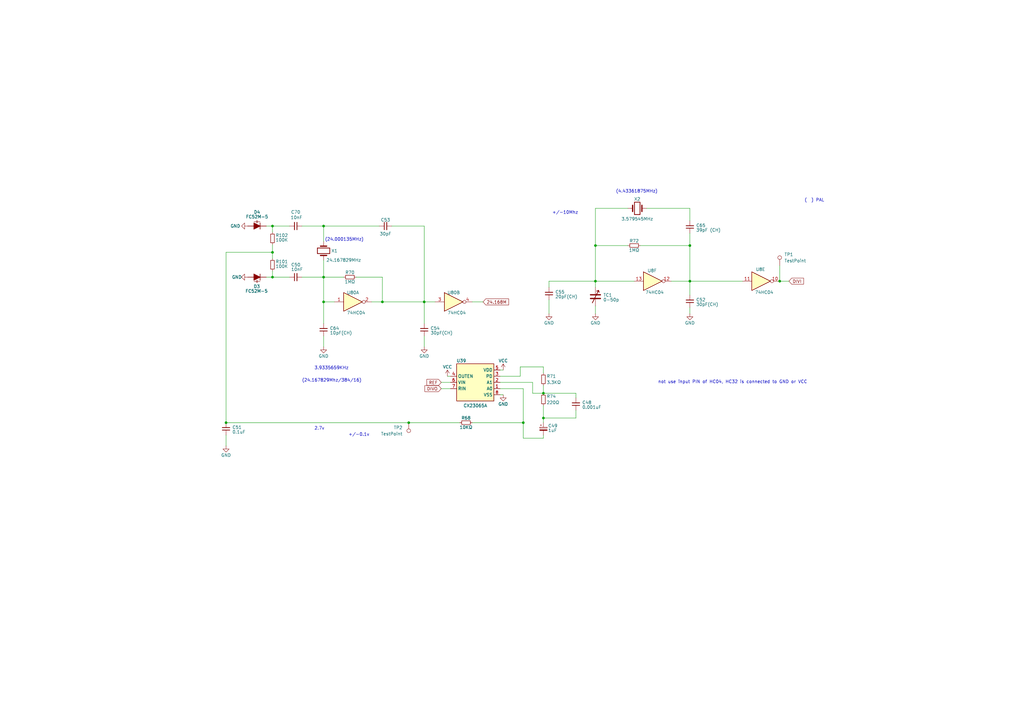
<source format=kicad_sch>
(kicad_sch (version 20230121) (generator eeschema)
  (paper "A3")
  (lib_symbols
    (symbol "1_NeoGeoLibrary:CX23065A"
      (property "Reference" "U" (at -7.62 26.67 0))
      (property "Value" "CX23065A" (at -7.62 8.89 0))
      (symbol "CX23065A_1_1"
        (rectangle (start -7.62 25.4) (end 7.62 10.16) (stroke (width 0.254)) (fill (type background)))
        (pin passive line (at 10.16 15.24 180) (length 2.54) (name "A0") (number "1"))
        (pin passive line (at 10.16 17.78 180) (length 2.54) (name "A1") (number "2"))
        (pin passive line (at 10.16 20.32 180) (length 2.54) (name "PD") (number "3"))
        (pin input line (at -10.16 20.32 0) (length 2.54) (name "OUTEN") (number "4"))
        (pin power_in line (at 10.16 22.86 180) (length 2.54) (name "VDD") (number "5"))
        (pin input line (at -10.16 17.78 0) (length 2.54) (name "VIN") (number "6"))
        (pin input line (at -10.16 15.24 0) (length 2.54) (name "RIN") (number "7"))
        (pin power_in line (at 10.16 12.7 180) (length 2.54) (name "VSS") (number "8"))
      )
    )
    (symbol "74xx:74HC04"
      (property "Reference" "U" (at 0 1.27 0))
      (property "Value" "74HC04" (at 0 -1.27 0))
      (symbol "74HC04_1_0"
        (polyline (pts (xy -3.81 3.81) (xy -3.81 -3.81) (xy 3.81 0) (xy -3.81 3.81)) (stroke (width 0.254)) (fill (type background)))
        (pin input line (at -7.62 0 0) (length 3.81) (name "~") (number "1"))
        (pin output inverted (at 7.62 0 180) (length 3.81) (name "~") (number "2"))
      )
      (symbol "74HC04_2_0"
        (polyline (pts (xy -3.81 3.81) (xy -3.81 -3.81) (xy 3.81 0) (xy -3.81 3.81)) (stroke (width 0.254)) (fill (type background)))
        (pin input line (at -7.62 0 0) (length 3.81) (name "~") (number "3"))
        (pin output inverted (at 7.62 0 180) (length 3.81) (name "~") (number "4"))
      )
      (symbol "74HC04_3_0"
        (polyline (pts (xy -3.81 3.81) (xy -3.81 -3.81) (xy 3.81 0) (xy -3.81 3.81)) (stroke (width 0.254)) (fill (type background)))
        (pin input line (at -7.62 0 0) (length 3.81) (name "~") (number "5"))
        (pin output inverted (at 7.62 0 180) (length 3.81) (name "~") (number "6"))
      )
      (symbol "74HC04_4_0"
        (polyline (pts (xy -3.81 3.81) (xy -3.81 -3.81) (xy 3.81 0) (xy -3.81 3.81)) (stroke (width 0.254)) (fill (type background)))
        (pin output inverted (at 7.62 0 180) (length 3.81) (name "~") (number "8"))
        (pin input line (at -7.62 0 0) (length 3.81) (name "~") (number "9"))
      )
      (symbol "74HC04_5_0"
        (polyline (pts (xy -3.81 3.81) (xy -3.81 -3.81) (xy 3.81 0) (xy -3.81 3.81)) (stroke (width 0.254)) (fill (type background)))
        (pin output inverted (at 7.62 0 180) (length 3.81) (name "~") (number "10"))
        (pin input line (at -7.62 0 0) (length 3.81) (name "~") (number "11"))
      )
      (symbol "74HC04_6_0"
        (polyline (pts (xy -3.81 3.81) (xy -3.81 -3.81) (xy 3.81 0) (xy -3.81 3.81)) (stroke (width 0.254)) (fill (type background)))
        (pin output inverted (at 7.62 0 180) (length 3.81) (name "~") (number "12"))
        (pin input line (at -7.62 0 0) (length 3.81) (name "~") (number "13"))
      )
      (symbol "74HC04_7_0"
        (pin power_in line (at 0 12.7 270) (length 5.08) (name "VCC") (number "14"))
        (pin power_in line (at 0 -12.7 90) (length 5.08) (name "GND") (number "7"))
      )
      (symbol "74HC04_7_1"
        (rectangle (start -5.08 7.62) (end 5.08 -7.62) (stroke (width 0.254)) (fill (type background)))
      )
    )
    (symbol "74xx:74LS04"
      (property "Reference" "U" (at 0 1.27 0))
      (property "Value" "74LS04" (at 0 -1.27 0))
      (symbol "74LS04_1_0"
        (polyline (pts (xy -3.81 3.81) (xy -3.81 -3.81) (xy 3.81 0) (xy -3.81 3.81)) (stroke (width 0.254)) (fill (type background)))
        (pin input line (at -7.62 0 0) (length 3.81) (name "~") (number "1"))
        (pin output inverted (at 7.62 0 180) (length 3.81) (name "~") (number "2"))
      )
      (symbol "74LS04_2_0"
        (polyline (pts (xy -3.81 3.81) (xy -3.81 -3.81) (xy 3.81 0) (xy -3.81 3.81)) (stroke (width 0.254)) (fill (type background)))
        (pin input line (at -7.62 0 0) (length 3.81) (name "~") (number "3"))
        (pin output inverted (at 7.62 0 180) (length 3.81) (name "~") (number "4"))
      )
      (symbol "74LS04_3_0"
        (polyline (pts (xy -3.81 3.81) (xy -3.81 -3.81) (xy 3.81 0) (xy -3.81 3.81)) (stroke (width 0.254)) (fill (type background)))
        (pin input line (at -7.62 0 0) (length 3.81) (name "~") (number "5"))
        (pin output inverted (at 7.62 0 180) (length 3.81) (name "~") (number "6"))
      )
      (symbol "74LS04_4_0"
        (polyline (pts (xy -3.81 3.81) (xy -3.81 -3.81) (xy 3.81 0) (xy -3.81 3.81)) (stroke (width 0.254)) (fill (type background)))
        (pin output inverted (at 7.62 0 180) (length 3.81) (name "~") (number "8"))
        (pin input line (at -7.62 0 0) (length 3.81) (name "~") (number "9"))
      )
      (symbol "74LS04_5_0"
        (polyline (pts (xy -3.81 3.81) (xy -3.81 -3.81) (xy 3.81 0) (xy -3.81 3.81)) (stroke (width 0.254)) (fill (type background)))
        (pin output inverted (at 7.62 0 180) (length 3.81) (name "~") (number "10"))
        (pin input line (at -7.62 0 0) (length 3.81) (name "~") (number "11"))
      )
      (symbol "74LS04_6_0"
        (polyline (pts (xy -3.81 3.81) (xy -3.81 -3.81) (xy 3.81 0) (xy -3.81 3.81)) (stroke (width 0.254)) (fill (type background)))
        (pin output inverted (at 7.62 0 180) (length 3.81) (name "~") (number "12"))
        (pin input line (at -7.62 0 0) (length 3.81) (name "~") (number "13"))
      )
      (symbol "74LS04_7_0"
        (pin power_in line (at 0 12.7 270) (length 5.08) (name "VCC") (number "14"))
        (pin power_in line (at 0 -12.7 90) (length 5.08) (name "GND") (number "7"))
      )
      (symbol "74LS04_7_1"
        (rectangle (start -5.08 7.62) (end 5.08 -7.62) (stroke (width 0.254)) (fill (type background)))
      )
    )
    (symbol "Connector:TestPoint" (pin_numbers hide) (pin_names (offset 0.762) hide)
      (property "Reference" "TP" (at 0 6.858 0))
      (property "Value" "TestPoint" (at 0 5.08 0))
      (symbol "TestPoint_0_1"
        (circle (center 0 3.302) (radius 0.762))
      )
      (symbol "TestPoint_1_1"
        (pin passive line (at 0 0 90) (length 2.54) (name "1") (number "1"))
      )
    )
    (symbol "Device:C_Polarized_Small" (pin_numbers hide) (pin_names (offset 0.254) hide)
      (property "Reference" "C" (at 0.254 1.778 0))
      (property "Value" "C_Polarized_Small" (at 0.254 -2.032 0))
      (symbol "C_Polarized_Small_0_1"
        (rectangle (start -1.524 -0.3048) (end 1.524 -0.6858) (fill (type outline)))
        (rectangle (start -1.524 0.6858) (end 1.524 0.3048))
        (polyline (pts (xy -1.27 1.524) (xy -0.762 1.524)))
        (polyline (pts (xy -1.016 1.27) (xy -1.016 1.778)))
      )
      (symbol "C_Polarized_Small_1_1"
        (pin passive line (at 0 2.54 270) (length 1.8542) (name "~") (number "1"))
        (pin passive line (at 0 -2.54 90) (length 1.8542) (name "~") (number "2"))
      )
    )
    (symbol "Device:C_Small" (pin_numbers hide) (pin_names (offset 0.254) hide)
      (property "Reference" "C" (at 0.254 1.778 0))
      (property "Value" "C_Small" (at 0.254 -2.032 0))
      (symbol "C_Small_0_1"
        (polyline (pts (xy -1.524 -0.508) (xy 1.524 -0.508)) (stroke (width 0.3302)))
        (polyline (pts (xy -1.524 0.508) (xy 1.524 0.508)) (stroke (width 0.3048)))
      )
      (symbol "C_Small_1_1"
        (pin passive line (at 0 2.54 270) (length 2.032) (name "~") (number "1"))
        (pin passive line (at 0 -2.54 90) (length 2.032) (name "~") (number "2"))
      )
    )
    (symbol "Device:C_Variable" (pin_numbers hide) (pin_names (offset 0.254) hide)
      (property "Reference" "C" (at 0.635 -1.905 0))
      (property "Value" "C_Variable" (at 0.635 -3.81 0))
      (symbol "C_Variable_0_1"
        (polyline (pts (xy -2.032 -0.762) (xy 2.032 -0.762)) (stroke (width 0.508)))
        (polyline (pts (xy -2.032 0.762) (xy 2.032 0.762)) (stroke (width 0.508)))
        (polyline (pts (xy 1.27 2.54) (xy -1.27 -2.54)) (stroke (width 0.3048)))
        (polyline (pts (xy 1.27 2.54) (xy 0.508 2.286)) (stroke (width 0.3048)))
        (polyline (pts (xy 1.27 2.54) (xy 1.524 1.778)) (stroke (width 0.3048)))
      )
      (symbol "C_Variable_1_1"
        (pin passive line (at 0 3.81 270) (length 3.048) (name "~") (number "1"))
        (pin passive line (at 0 -3.81 90) (length 3.048) (name "~") (number "2"))
      )
    )
    (symbol "Device:Crystal" (pin_numbers hide) (pin_names (offset 1.016) hide)
      (property "Reference" "Y" (at 0 3.81 0))
      (property "Value" "Crystal" (at 0 -3.81 0))
      (symbol "Crystal_0_1"
        (rectangle (start -1.143 2.54) (end 1.143 -2.54) (stroke (width 0.3048)))
        (polyline (pts (xy -2.54 0) (xy -1.905 0)))
        (polyline (pts (xy -1.905 -1.27) (xy -1.905 1.27)) (stroke (width 0.508)))
        (polyline (pts (xy 1.905 -1.27) (xy 1.905 1.27)) (stroke (width 0.508)))
        (polyline (pts (xy 2.54 0) (xy 1.905 0)))
      )
      (symbol "Crystal_1_1"
        (pin passive line (at -3.81 0 0) (length 1.27) (name "1") (number "1"))
        (pin passive line (at 3.81 0 180) (length 1.27) (name "2") (number "2"))
      )
    )
    (symbol "Device:D_Capacitance_Filled" (pin_numbers hide) (pin_names (offset 1.016) hide)
      (property "Reference" "D" (at 0 2.54 0))
      (property "Value" "D_Capacitance_Filled" (at 0 -3.302 0))
      (symbol "D_Capacitance_Filled_0_1"
        (polyline (pts (xy -1.27 -1.778) (xy -0.1524 -1.778)))
        (polyline (pts (xy -1.27 0) (xy 1.27 0)))
        (polyline (pts (xy -1.27 1.27) (xy -1.27 -1.27)) (stroke (width 0.254)))
        (polyline (pts (xy -0.1524 -1.27) (xy -0.1524 -2.286)))
        (polyline (pts (xy 0.1524 -1.778) (xy 1.27 -1.778)))
        (polyline (pts (xy 0.1524 -1.27) (xy 0.1524 -2.286)))
        (polyline (pts (xy 1.27 1.27) (xy 1.27 -1.27) (xy -1.27 0) (xy 1.27 1.27)) (stroke (width 0.254)) (fill (type outline)))
      )
      (symbol "D_Capacitance_Filled_1_1"
        (pin passive line (at -3.81 0 0) (length 2.54) (name "K") (number "1"))
        (pin passive line (at 3.81 0 180) (length 2.54) (name "A") (number "2"))
      )
    )
    (symbol "Device:R_Small" (pin_numbers hide) (pin_names (offset 0.254) hide)
      (property "Reference" "R" (at 0.762 0.508 0))
      (property "Value" "R_Small" (at 0.762 -1.016 0))
      (symbol "R_Small_0_1"
        (rectangle (start -0.762 1.778) (end 0.762 -1.778) (stroke (width 0.2032)))
      )
      (symbol "R_Small_1_1"
        (pin passive line (at 0 2.54 270) (length 0.762) (name "~") (number "1"))
        (pin passive line (at 0 -2.54 90) (length 0.762) (name "~") (number "2"))
      )
    )
    (symbol "power:GND" (power) (pin_names (offset 0))
      (property "Value" "GND" (at 0 -3.81 0))
      (symbol "GND_0_1"
        (polyline (pts (xy 0 0) (xy 0 -1.27) (xy 1.27 -1.27) (xy 0 -2.54) (xy -1.27 -1.27) (xy 0 -1.27)))
      )
      (symbol "GND_1_1"
        (pin power_in line (at 0 0 270) (length 0) hide (name "GND") (number "1"))
      )
    )
    (symbol "power:VCC" (power) (pin_names (offset 0))
      (property "Value" "VCC" (at 0 3.81 0))
      (symbol "VCC_0_1"
        (polyline (pts (xy -0.762 1.27) (xy 0 2.54)))
        (polyline (pts (xy 0 0) (xy 0 2.54)))
        (polyline (pts (xy 0 2.54) (xy 0.762 1.27)))
      )
      (symbol "VCC_1_1"
        (pin power_in line (at 0 0 90) (length 0) hide (name "VCC") (number "1"))
      )
    )
  )
  (junction (at 132.715 92.71))
  (junction (at 111.76 92.71))
  (junction (at 282.956 115.316))
  (junction (at 282.956 100.711))
  (junction (at 222.885 171.45))
  (junction (at 92.71 173.355))
  (junction (at 214.63 173.355))
  (junction (at 244.221 100.711))
  (junction (at 156.845 123.825))
  (junction (at 222.885 161.29))
  (junction (at 244.221 115.316))
  (junction (at 319.786 115.316))
  (junction (at 111.76 103.505))
  (junction (at 132.715 113.665))
  (junction (at 167.64 173.355))
  (junction (at 132.715 123.825))
  (junction (at 173.99 123.825))
  (junction (at 111.76 113.665))
  (wire (pts (xy 244.221 115.316) (xy 260.096 115.316)))
  (wire (pts (xy 205.105 161.925) (xy 206.375 161.925)))
  (wire (pts (xy 282.956 95.631) (xy 282.956 100.711)))
  (wire (pts (xy 193.675 173.355) (xy 214.63 173.355)))
  (wire (pts (xy 92.71 103.505) (xy 92.71 173.355)))
  (wire (pts (xy 205.105 156.845) (xy 218.44 156.845)))
  (wire (pts (xy 222.885 161.29) (xy 236.22 161.29)))
  (wire (pts (xy 123.825 92.71) (xy 132.715 92.71)))
  (wire (pts (xy 244.221 100.711) (xy 244.221 85.471)))
  (wire (pts (xy 109.22 92.71) (xy 111.76 92.71)))
  (wire (pts (xy 109.22 113.665) (xy 111.76 113.665)))
  (wire (pts (xy 132.715 92.71) (xy 155.575 92.71)))
  (wire (pts (xy 222.885 166.37) (xy 222.885 171.45)))
  (wire (pts (xy 236.22 168.275) (xy 236.22 171.45)))
  (wire (pts (xy 225.171 122.936) (xy 225.171 128.651)))
  (wire (pts (xy 183.515 154.305) (xy 184.785 154.305)))
  (wire (pts (xy 282.956 85.471) (xy 282.956 90.551)))
  (wire (pts (xy 111.76 106.045) (xy 111.76 103.505)))
  (wire (pts (xy 218.44 156.845) (xy 218.44 161.29)))
  (wire (pts (xy 111.76 95.25) (xy 111.76 92.71)))
  (wire (pts (xy 282.956 100.711) (xy 282.956 115.316)))
  (wire (pts (xy 244.221 115.316) (xy 244.221 117.856)))
  (wire (pts (xy 152.4 123.825) (xy 156.845 123.825)))
  (wire (pts (xy 244.221 100.711) (xy 257.556 100.711)))
  (wire (pts (xy 282.956 115.316) (xy 304.546 115.316)))
  (wire (pts (xy 111.76 92.71) (xy 118.745 92.71)))
  (wire (pts (xy 132.715 123.825) (xy 132.715 132.715)))
  (wire (pts (xy 225.171 115.316) (xy 225.171 117.856)))
  (wire (pts (xy 244.221 85.471) (xy 257.556 85.471)))
  (wire (pts (xy 282.956 126.111) (xy 282.956 128.651)))
  (wire (pts (xy 132.715 142.24) (xy 132.715 137.795)))
  (wire (pts (xy 156.845 123.825) (xy 173.99 123.825)))
  (wire (pts (xy 205.105 151.765) (xy 206.375 151.765)))
  (wire (pts (xy 173.99 142.24) (xy 173.99 137.795)))
  (wire (pts (xy 282.956 115.316) (xy 282.956 121.031)))
  (wire (pts (xy 244.221 125.476) (xy 244.221 128.651)))
  (wire (pts (xy 146.05 113.665) (xy 156.845 113.665)))
  (wire (pts (xy 222.885 158.115) (xy 222.885 161.29)))
  (wire (pts (xy 173.99 92.71) (xy 173.99 123.825)))
  (wire (pts (xy 244.221 115.316) (xy 244.221 100.711)))
  (wire (pts (xy 236.22 171.45) (xy 222.885 171.45)))
  (wire (pts (xy 265.176 85.471) (xy 282.956 85.471)))
  (wire (pts (xy 319.786 115.316) (xy 323.596 115.316)))
  (wire (pts (xy 222.885 171.45) (xy 222.885 173.355)))
  (wire (pts (xy 160.655 92.71) (xy 173.99 92.71)))
  (wire (pts (xy 214.63 159.385) (xy 214.63 173.355)))
  (wire (pts (xy 213.36 154.305) (xy 205.105 154.305)))
  (wire (pts (xy 132.715 113.665) (xy 132.715 123.825)))
  (wire (pts (xy 222.885 178.435) (xy 222.885 179.705)))
  (wire (pts (xy 92.71 103.505) (xy 111.76 103.505)))
  (wire (pts (xy 205.105 159.385) (xy 214.63 159.385)))
  (wire (pts (xy 213.36 150.495) (xy 222.885 150.495)))
  (wire (pts (xy 225.171 115.316) (xy 244.221 115.316)))
  (wire (pts (xy 173.99 123.825) (xy 178.435 123.825)))
  (wire (pts (xy 132.715 113.665) (xy 140.97 113.665)))
  (wire (pts (xy 236.22 161.29) (xy 236.22 163.195)))
  (wire (pts (xy 92.71 173.355) (xy 167.64 173.355)))
  (wire (pts (xy 167.64 173.355) (xy 188.595 173.355)))
  (wire (pts (xy 123.825 113.665) (xy 132.715 113.665)))
  (wire (pts (xy 319.786 108.966) (xy 319.786 115.316)))
  (wire (pts (xy 132.715 113.665) (xy 132.715 106.68)))
  (wire (pts (xy 214.63 179.705) (xy 222.885 179.705)))
  (wire (pts (xy 180.975 156.845) (xy 184.785 156.845)))
  (wire (pts (xy 111.76 103.505) (xy 111.76 100.33)))
  (wire (pts (xy 156.845 113.665) (xy 156.845 123.825)))
  (wire (pts (xy 173.99 123.825) (xy 173.99 132.715)))
  (wire (pts (xy 111.76 113.665) (xy 118.745 113.665)))
  (wire (pts (xy 214.63 179.705) (xy 214.63 173.355)))
  (wire (pts (xy 213.36 150.495) (xy 213.36 154.305)))
  (wire (pts (xy 218.44 161.29) (xy 222.885 161.29)))
  (wire (pts (xy 262.636 100.711) (xy 282.956 100.711)))
  (wire (pts (xy 193.675 123.825) (xy 198.12 123.825)))
  (wire (pts (xy 275.336 115.316) (xy 282.956 115.316)))
  (wire (pts (xy 180.975 159.385) (xy 184.785 159.385)))
  (wire (pts (xy 111.76 113.665) (xy 111.76 111.125)))
  (wire (pts (xy 92.71 182.88) (xy 92.71 178.435)))
  (wire (pts (xy 132.715 123.825) (xy 137.16 123.825)))
  (wire (pts (xy 222.885 150.495) (xy 222.885 153.035)))
  (wire (pts (xy 132.715 99.06) (xy 132.715 92.71)))
  (text "2.7v" (at 128.905 176.53 0) (effects (font (size 1.27 1.27)) (justify left bottom)))
  (text "(4.43361875MHz)" (at 252.5776 79.2988 0) (effects (font (size 1.27 1.27)) (justify left bottom)))
  (text "+/-0.1v" (at 142.875 179.07 0) (effects (font (size 1.27 1.27)) (justify left bottom)))
  (text "(24.167829Mhz/384/16)" (at 123.825 156.845 0) (effects (font (size 1.27 1.27)) (justify left bottom)))
  (text "(  ) PAL" (at 329.946 82.931 0) (effects (font (size 1.27 1.27)) (justify left bottom)))
  (text "(24.000135MHz)" (at 149.225 99.06 0) (effects (font (size 1.27 1.27)) (justify right bottom)))
  (text "not use input PIN of HC04, HC32 is connected to GND or VCC" (at 269.875 157.48 0) (effects (font (size 1.27 1.27)) (justify left bottom)))
  (text "+/-10Mhz" (at 226.441 88.011 0) (effects (font (size 1.27 1.27)) (justify left bottom)))
  (text "3.9335659KHz" (at 128.905 151.765 0) (effects (font (size 1.27 1.27)) (justify left bottom)))
  (global_label "DIVI" (shape input) (at 323.596 115.316 0) (property "Intersheetrefs" "${INTERSHEET_REFS}" (effects hide)))
  (global_label "REF" (shape input) (at 180.975 156.845 180) (property "Intersheetrefs" "${INTERSHEET_REFS}" (effects hide)))
  (global_label "24.168M" (shape input) (at 198.12 123.825 0) (property "Intersheetrefs" "${INTERSHEET_REFS}" (effects hide)))
  (global_label "DIVO" (shape input) (at 180.975 159.385 180) (property "Intersheetrefs" "${INTERSHEET_REFS}" (effects hide)))
  (symbol (lib_id "Device:R_Small") (at 191.135 173.355 270) (mirror x) (unit 1)
    (property "Reference" "R68" (at 191.135 171.45 90))
    (property "Value" "10KΩ" (at 191.135 175.26 90))
    (property "Footprint" "1_NeoGeoLibrary:Resistor1-5mm" (effects hide))
  )
  (symbol (lib_id "power:GND") (at 244.221 128.651 0) (unit 1)
    (property "Reference" "#PWR0250" (effects hide))
    (property "Value" "GND" (at 244.221 132.461 0))
  )
  (symbol (lib_id "Device:R_Small") (at 260.096 100.711 90) (unit 1)
    (property "Reference" "R72" (at 260.096 98.806 90))
    (property "Value" "1MΩ" (at 260.096 102.616 90))
    (property "Footprint" "1_NeoGeoLibrary:Resistor1-5mm" (effects hide))
  )
  (symbol (lib_id "power:GND") (at 132.715 142.24 0) (unit 1)
    (property "Reference" "#PWR0248" (effects hide))
    (property "Value" "GND" (at 132.715 146.05 0))
  )
  (symbol (lib_id "74xx:74HC04") (at 312.166 115.316 0) (unit 5)
    (property "Reference" "U8" (at 311.912 110.49 0))
    (property "Value" "74HC04" (at 313.436 119.888 0))
    (property "Footprint" "1_NeoGeoLibrary:DIP-14_W7.62mm" (effects hide))
    (property "Datasheet" "https://assets.nexperia.com/documents/data-sheet/74HC_HCT04.pdf" (effects hide))
  )
  (symbol (lib_id "Device:C_Small") (at 132.715 135.255 180) (unit 1)
    (property "Reference" "C64" (at 135.255 134.62 0) (effects (justify right)))
    (property "Value" "10pF(CH)" (at 135.255 136.525 0) (effects (justify right)))
    (property "Footprint" "1_NeoGeoLibrary:CAP3-5mm" (effects hide))
  )
  (symbol (lib_id "Device:R_Small") (at 111.76 108.585 180) (unit 1)
    (property "Reference" "R101" (at 115.57 107.315 0))
    (property "Value" "100K" (at 115.57 109.22 0))
    (property "Footprint" "1_NeoGeoLibrary:Resistor1-5mm" (effects hide))
  )
  (symbol (lib_id "power:GND") (at 225.171 128.651 0) (unit 1)
    (property "Reference" "#PWR0245" (effects hide))
    (property "Value" "GND" (at 225.171 132.461 0))
  )
  (symbol (lib_id "Device:Crystal") (at 132.715 102.87 90) (unit 1)
    (property "Reference" "X1" (at 137.16 102.87 90))
    (property "Value" "24.167829MHz" (at 140.97 106.68 90))
    (property "Footprint" "1_NeoGeoLibrary:Crystal" (effects hide))
  )
  (symbol (lib_id "Device:C_Small") (at 92.71 175.895 180) (unit 1)
    (property "Reference" "C51" (at 95.25 175.26 0) (effects (justify right)))
    (property "Value" "0.1uF" (at 95.25 177.165 0) (effects (justify right)))
    (property "Footprint" "1_NeoGeoLibrary:CAP3-5mm" (effects hide))
  )
  (symbol (lib_id "Device:C_Small") (at 225.171 120.396 180) (unit 1)
    (property "Reference" "C55" (at 227.711 119.761 0) (effects (justify right)))
    (property "Value" "20pF(CH)" (at 227.711 121.666 0) (effects (justify right)))
    (property "Footprint" "1_NeoGeoLibrary:CAP3-5mm" (effects hide))
  )
  (symbol (lib_id "1_NeoGeoLibrary:CX23065A") (at 194.945 174.625 0) (unit 1)
    (property "Reference" "U39" (at 189.23 147.955 0))
    (property "Value" "CX23065A" (at 194.945 166.37 0))
    (property "Footprint" "1_NeoGeoLibrary:CX23065A" (effects hide))
  )
  (symbol (lib_id "Device:C_Variable") (at 244.221 121.666 0) (unit 1)
    (property "Reference" "TC1" (at 247.396 121.031 0) (effects (justify left)))
    (property "Value" "0-50p" (at 247.396 122.936 0) (effects (justify left)))
    (property "Footprint" "1_NeoGeoLibrary:TC" (effects hide))
  )
  (symbol (lib_id "power:GND") (at 282.956 128.651 0) (unit 1)
    (property "Reference" "#PWR0249" (effects hide))
    (property "Value" "GND" (at 282.956 132.461 0))
  )
  (symbol (lib_id "Device:Crystal") (at 261.366 85.471 0) (mirror y) (unit 1)
    (property "Reference" "X2" (at 261.366 81.661 0))
    (property "Value" "3.579545MHz" (at 261.366 89.7636 0))
    (property "Footprint" "1_NeoGeoLibrary:Crystal" (effects hide))
  )
  (symbol (lib_id "Device:R_Small") (at 222.885 155.575 0) (unit 1)
    (property "Reference" "R71" (at 224.155 154.305 0) (effects (justify left)))
    (property "Value" "3.3KΩ" (at 224.155 156.845 0) (effects (justify left)))
    (property "Footprint" "1_NeoGeoLibrary:Resistor1-5mm" (effects hide))
  )
  (symbol (lib_id "Device:R_Small") (at 111.76 97.79 0) (mirror y) (unit 1)
    (property "Reference" "R102" (at 115.57 96.52 0))
    (property "Value" "100K" (at 115.57 98.425 0))
    (property "Footprint" "1_NeoGeoLibrary:Resistor1-5mm" (effects hide))
  )
  (symbol (lib_id "Device:C_Small") (at 121.285 92.71 270) (unit 1)
    (property "Reference" "C70" (at 121.285 86.995 90))
    (property "Value" "10nF" (at 121.6025 89.2175 90))
    (property "Footprint" "1_NeoGeoLibrary:CAP3-5mm" (effects hide))
  )
  (symbol (lib_id "Device:D_Capacitance_Filled") (at 105.41 92.71 180) (unit 1)
    (property "Reference" "D4" (at 105.41 86.995 0))
    (property "Value" "FC52M-5" (at 105.41 88.9 0))
    (property "Footprint" "Package_TO_SOT_THT:SOD-70_P2.54mm" (effects hide))
  )
  (symbol (lib_id "power:VCC") (at 183.515 154.305 0) (unit 1)
    (property "Reference" "#PWR0242" (effects hide))
    (property "Value" "VCC" (at 183.515 150.495 0))
  )
  (symbol (lib_id "power:GND") (at 101.6 92.71 270) (unit 1)
    (property "Reference" "#PWR0273" (effects hide))
    (property "Value" "GND" (at 96.52 92.71 90))
  )
  (symbol (lib_id "74xx:74LS04") (at 267.716 115.316 0) (unit 6)
    (property "Reference" "U8" (at 267.462 110.998 0))
    (property "Value" "74HC04" (at 268.478 119.888 0))
    (property "Footprint" "1_NeoGeoLibrary:DIP-14_W7.62mm" (effects hide))
  )
  (symbol (lib_id "power:GND") (at 101.6 113.665 270) (mirror x) (unit 1)
    (property "Reference" "#PWR0247" (effects hide))
    (property "Value" "GND" (at 97.155 113.665 90))
  )
  (symbol (lib_id "power:GND") (at 173.99 142.24 0) (unit 1)
    (property "Reference" "#PWR0241" (effects hide))
    (property "Value" "GND" (at 173.99 146.05 0))
  )
  (symbol (lib_id "power:VCC") (at 206.375 151.765 0) (unit 1)
    (property "Reference" "#PWR0243" (effects hide))
    (property "Value" "VCC" (at 206.375 147.955 0))
  )
  (symbol (lib_id "74xx:74HC04") (at 144.78 123.825 0) (unit 1)
    (property "Reference" "U80" (at 144.78 120.015 0))
    (property "Value" "74HC04" (at 146.05 128.27 0))
    (property "Footprint" "1_NeoGeoLibrary:DIP-14_W7.62mm" (effects hide))
  )
  (symbol (lib_id "Connector:TestPoint") (at 167.64 173.355 0) (mirror x) (unit 1)
    (property "Reference" "TP2" (at 165.1 175.3869 0) (effects (justify right)))
    (property "Value" "TestPoint" (at 165.1 177.9269 0) (effects (justify right)))
    (property "Footprint" "TestPoint:TestPoint_THTPad_D1.5mm_Drill0.7mm" (effects hide))
  )
  (symbol (lib_id "Device:C_Small") (at 173.99 135.255 180) (unit 1)
    (property "Reference" "C54" (at 176.53 134.62 0) (effects (justify right)))
    (property "Value" "30pF(CH)" (at 176.53 136.525 0) (effects (justify right)))
    (property "Footprint" "1_NeoGeoLibrary:CAP3-5mm" (effects hide))
  )
  (symbol (lib_id "Device:R_Small") (at 143.51 113.665 90) (unit 1)
    (property "Reference" "R70" (at 143.51 111.76 90))
    (property "Value" "1MΩ" (at 143.51 115.57 90))
    (property "Footprint" "1_NeoGeoLibrary:Resistor1-5mm" (effects hide))
  )
  (symbol (lib_id "Device:D_Capacitance_Filled") (at 105.41 113.665 0) (mirror y) (unit 1)
    (property "Reference" "D3" (at 106.68 117.475 0) (effects (justify left)))
    (property "Value" "FC52M-5" (at 109.855 119.38 0) (effects (justify left)))
    (property "Footprint" "Package_TO_SOT_THT:SOD-70_P2.54mm" (effects hide))
  )
  (symbol (lib_id "Device:R_Small") (at 222.885 163.83 0) (unit 1)
    (property "Reference" "R74" (at 224.155 162.56 0) (effects (justify left)))
    (property "Value" "220Ω" (at 224.155 165.1 0) (effects (justify left)))
    (property "Footprint" "1_NeoGeoLibrary:Resistor1-5mm" (effects hide))
  )
  (symbol (lib_id "Device:C_Small") (at 121.285 113.665 90) (mirror x) (unit 1)
    (property "Reference" "C50" (at 119.38 108.585 90) (effects (justify right)))
    (property "Value" "10nF" (at 119.38 110.49 90) (effects (justify right)))
    (property "Footprint" "1_NeoGeoLibrary:CAP3-5mm" (effects hide))
  )
  (symbol (lib_id "74xx:74HC04") (at 186.055 123.825 0) (unit 2)
    (property "Reference" "U80" (at 186.055 120.015 0))
    (property "Value" "74HC04" (at 187.325 128.27 0))
    (property "Footprint" "1_NeoGeoLibrary:DIP-14_W7.62mm" (effects hide))
  )
  (symbol (lib_id "Device:C_Small") (at 282.956 93.091 180) (unit 1)
    (property "Reference" "C65" (at 285.496 92.456 0) (effects (justify right)))
    (property "Value" "39pF (CH)" (at 285.496 94.361 0) (effects (justify right)))
    (property "Footprint" "1_NeoGeoLibrary:CAP3-5mm" (effects hide))
  )
  (symbol (lib_id "Device:C_Small") (at 236.22 165.735 180) (unit 1)
    (property "Reference" "C48" (at 238.76 165.1 0) (effects (justify right)))
    (property "Value" "0.001uF" (at 238.76 167.005 0) (effects (justify right)))
    (property "Footprint" "1_NeoGeoLibrary:CAP3-5mm" (effects hide))
  )
  (symbol (lib_id "power:GND") (at 92.71 182.88 0) (unit 1)
    (property "Reference" "#PWR0246" (effects hide))
    (property "Value" "GND" (at 92.71 186.69 0))
  )
  (symbol (lib_id "power:GND") (at 206.375 161.925 0) (unit 1)
    (property "Reference" "#PWR0244" (effects hide))
    (property "Value" "GND" (at 206.375 165.735 0))
  )
  (symbol (lib_id "Device:C_Small") (at 158.115 92.71 90) (unit 1)
    (property "Reference" "C53" (at 158.115 90.17 90))
    (property "Value" "30pF" (at 158.115 95.885 90))
    (property "Footprint" "1_NeoGeoLibrary:CAP3-5mm" (effects hide))
  )
  (symbol (lib_id "Device:C_Polarized_Small") (at 222.885 175.895 0) (unit 1)
    (property "Reference" "C49" (at 224.79 174.625 0) (effects (justify left)))
    (property "Value" "1uF" (at 224.79 176.53 0) (effects (justify left)))
    (property "Footprint" "1_NeoGeoLibrary:CAP2-2.5mm" (effects hide))
  )
  (symbol (lib_id "Connector:TestPoint") (at 319.786 108.966 0) (unit 1)
    (property "Reference" "TP1" (at 321.691 104.3939 0) (effects (justify left)))
    (property "Value" "TestPoint" (at 321.691 106.9339 0) (effects (justify left)))
    (property "Footprint" "1_NeoGeoLibrary:TestPoint_Pad_D1.5mm" (effects hide))
  )
  (symbol (lib_id "Device:C_Small") (at 282.956 123.571 180) (unit 1)
    (property "Reference" "C52" (at 285.496 122.936 0) (effects (justify right)))
    (property "Value" "30pF(CH)" (at 285.496 124.841 0) (effects (justify right)))
    (property "Footprint" "1_NeoGeoLibrary:CAP3-5mm" (effects hide))
  )
)
</source>
